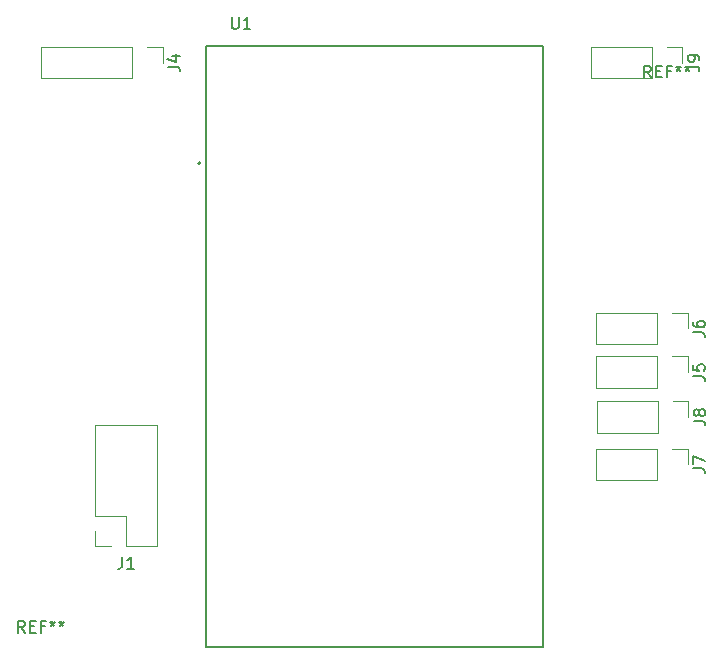
<source format=gbr>
%TF.GenerationSoftware,KiCad,Pcbnew,8.0.5*%
%TF.CreationDate,2024-09-12T11:42:49-05:00*%
%TF.ProjectId,avion,6176696f-6e2e-46b6-9963-61645f706362,rev?*%
%TF.SameCoordinates,Original*%
%TF.FileFunction,Legend,Top*%
%TF.FilePolarity,Positive*%
%FSLAX46Y46*%
G04 Gerber Fmt 4.6, Leading zero omitted, Abs format (unit mm)*
G04 Created by KiCad (PCBNEW 8.0.5) date 2024-09-12 11:42:49*
%MOMM*%
%LPD*%
G01*
G04 APERTURE LIST*
%ADD10C,0.150000*%
%ADD11C,0.120000*%
%ADD12C,0.127000*%
%ADD13C,0.200000*%
G04 APERTURE END LIST*
D10*
X229666666Y-64254819D02*
X229333333Y-63778628D01*
X229095238Y-64254819D02*
X229095238Y-63254819D01*
X229095238Y-63254819D02*
X229476190Y-63254819D01*
X229476190Y-63254819D02*
X229571428Y-63302438D01*
X229571428Y-63302438D02*
X229619047Y-63350057D01*
X229619047Y-63350057D02*
X229666666Y-63445295D01*
X229666666Y-63445295D02*
X229666666Y-63588152D01*
X229666666Y-63588152D02*
X229619047Y-63683390D01*
X229619047Y-63683390D02*
X229571428Y-63731009D01*
X229571428Y-63731009D02*
X229476190Y-63778628D01*
X229476190Y-63778628D02*
X229095238Y-63778628D01*
X230095238Y-63731009D02*
X230428571Y-63731009D01*
X230571428Y-64254819D02*
X230095238Y-64254819D01*
X230095238Y-64254819D02*
X230095238Y-63254819D01*
X230095238Y-63254819D02*
X230571428Y-63254819D01*
X231333333Y-63731009D02*
X231000000Y-63731009D01*
X231000000Y-64254819D02*
X231000000Y-63254819D01*
X231000000Y-63254819D02*
X231476190Y-63254819D01*
X232000000Y-63254819D02*
X232000000Y-63492914D01*
X231761905Y-63397676D02*
X232000000Y-63492914D01*
X232000000Y-63492914D02*
X232238095Y-63397676D01*
X231857143Y-63683390D02*
X232000000Y-63492914D01*
X232000000Y-63492914D02*
X232142857Y-63683390D01*
X232761905Y-63254819D02*
X232761905Y-63492914D01*
X232523810Y-63397676D02*
X232761905Y-63492914D01*
X232761905Y-63492914D02*
X233000000Y-63397676D01*
X232619048Y-63683390D02*
X232761905Y-63492914D01*
X232761905Y-63492914D02*
X232904762Y-63683390D01*
X176666666Y-111254819D02*
X176333333Y-110778628D01*
X176095238Y-111254819D02*
X176095238Y-110254819D01*
X176095238Y-110254819D02*
X176476190Y-110254819D01*
X176476190Y-110254819D02*
X176571428Y-110302438D01*
X176571428Y-110302438D02*
X176619047Y-110350057D01*
X176619047Y-110350057D02*
X176666666Y-110445295D01*
X176666666Y-110445295D02*
X176666666Y-110588152D01*
X176666666Y-110588152D02*
X176619047Y-110683390D01*
X176619047Y-110683390D02*
X176571428Y-110731009D01*
X176571428Y-110731009D02*
X176476190Y-110778628D01*
X176476190Y-110778628D02*
X176095238Y-110778628D01*
X177095238Y-110731009D02*
X177428571Y-110731009D01*
X177571428Y-111254819D02*
X177095238Y-111254819D01*
X177095238Y-111254819D02*
X177095238Y-110254819D01*
X177095238Y-110254819D02*
X177571428Y-110254819D01*
X178333333Y-110731009D02*
X178000000Y-110731009D01*
X178000000Y-111254819D02*
X178000000Y-110254819D01*
X178000000Y-110254819D02*
X178476190Y-110254819D01*
X179000000Y-110254819D02*
X179000000Y-110492914D01*
X178761905Y-110397676D02*
X179000000Y-110492914D01*
X179000000Y-110492914D02*
X179238095Y-110397676D01*
X178857143Y-110683390D02*
X179000000Y-110492914D01*
X179000000Y-110492914D02*
X179142857Y-110683390D01*
X179761905Y-110254819D02*
X179761905Y-110492914D01*
X179523810Y-110397676D02*
X179761905Y-110492914D01*
X179761905Y-110492914D02*
X180000000Y-110397676D01*
X179619048Y-110683390D02*
X179761905Y-110492914D01*
X179761905Y-110492914D02*
X179904762Y-110683390D01*
X233229819Y-85833333D02*
X233944104Y-85833333D01*
X233944104Y-85833333D02*
X234086961Y-85880952D01*
X234086961Y-85880952D02*
X234182200Y-85976190D01*
X234182200Y-85976190D02*
X234229819Y-86119047D01*
X234229819Y-86119047D02*
X234229819Y-86214285D01*
X233229819Y-84928571D02*
X233229819Y-85119047D01*
X233229819Y-85119047D02*
X233277438Y-85214285D01*
X233277438Y-85214285D02*
X233325057Y-85261904D01*
X233325057Y-85261904D02*
X233467914Y-85357142D01*
X233467914Y-85357142D02*
X233658390Y-85404761D01*
X233658390Y-85404761D02*
X234039342Y-85404761D01*
X234039342Y-85404761D02*
X234134580Y-85357142D01*
X234134580Y-85357142D02*
X234182200Y-85309523D01*
X234182200Y-85309523D02*
X234229819Y-85214285D01*
X234229819Y-85214285D02*
X234229819Y-85023809D01*
X234229819Y-85023809D02*
X234182200Y-84928571D01*
X234182200Y-84928571D02*
X234134580Y-84880952D01*
X234134580Y-84880952D02*
X234039342Y-84833333D01*
X234039342Y-84833333D02*
X233801247Y-84833333D01*
X233801247Y-84833333D02*
X233706009Y-84880952D01*
X233706009Y-84880952D02*
X233658390Y-84928571D01*
X233658390Y-84928571D02*
X233610771Y-85023809D01*
X233610771Y-85023809D02*
X233610771Y-85214285D01*
X233610771Y-85214285D02*
X233658390Y-85309523D01*
X233658390Y-85309523D02*
X233706009Y-85357142D01*
X233706009Y-85357142D02*
X233801247Y-85404761D01*
X184896666Y-104844819D02*
X184896666Y-105559104D01*
X184896666Y-105559104D02*
X184849047Y-105701961D01*
X184849047Y-105701961D02*
X184753809Y-105797200D01*
X184753809Y-105797200D02*
X184610952Y-105844819D01*
X184610952Y-105844819D02*
X184515714Y-105844819D01*
X185896666Y-105844819D02*
X185325238Y-105844819D01*
X185610952Y-105844819D02*
X185610952Y-104844819D01*
X185610952Y-104844819D02*
X185515714Y-104987676D01*
X185515714Y-104987676D02*
X185420476Y-105082914D01*
X185420476Y-105082914D02*
X185325238Y-105130533D01*
X233284819Y-93333333D02*
X233999104Y-93333333D01*
X233999104Y-93333333D02*
X234141961Y-93380952D01*
X234141961Y-93380952D02*
X234237200Y-93476190D01*
X234237200Y-93476190D02*
X234284819Y-93619047D01*
X234284819Y-93619047D02*
X234284819Y-93714285D01*
X233713390Y-92714285D02*
X233665771Y-92809523D01*
X233665771Y-92809523D02*
X233618152Y-92857142D01*
X233618152Y-92857142D02*
X233522914Y-92904761D01*
X233522914Y-92904761D02*
X233475295Y-92904761D01*
X233475295Y-92904761D02*
X233380057Y-92857142D01*
X233380057Y-92857142D02*
X233332438Y-92809523D01*
X233332438Y-92809523D02*
X233284819Y-92714285D01*
X233284819Y-92714285D02*
X233284819Y-92523809D01*
X233284819Y-92523809D02*
X233332438Y-92428571D01*
X233332438Y-92428571D02*
X233380057Y-92380952D01*
X233380057Y-92380952D02*
X233475295Y-92333333D01*
X233475295Y-92333333D02*
X233522914Y-92333333D01*
X233522914Y-92333333D02*
X233618152Y-92380952D01*
X233618152Y-92380952D02*
X233665771Y-92428571D01*
X233665771Y-92428571D02*
X233713390Y-92523809D01*
X233713390Y-92523809D02*
X233713390Y-92714285D01*
X233713390Y-92714285D02*
X233761009Y-92809523D01*
X233761009Y-92809523D02*
X233808628Y-92857142D01*
X233808628Y-92857142D02*
X233903866Y-92904761D01*
X233903866Y-92904761D02*
X234094342Y-92904761D01*
X234094342Y-92904761D02*
X234189580Y-92857142D01*
X234189580Y-92857142D02*
X234237200Y-92809523D01*
X234237200Y-92809523D02*
X234284819Y-92714285D01*
X234284819Y-92714285D02*
X234284819Y-92523809D01*
X234284819Y-92523809D02*
X234237200Y-92428571D01*
X234237200Y-92428571D02*
X234189580Y-92380952D01*
X234189580Y-92380952D02*
X234094342Y-92333333D01*
X234094342Y-92333333D02*
X233903866Y-92333333D01*
X233903866Y-92333333D02*
X233808628Y-92380952D01*
X233808628Y-92380952D02*
X233761009Y-92428571D01*
X233761009Y-92428571D02*
X233713390Y-92523809D01*
X194183095Y-59129819D02*
X194183095Y-59939342D01*
X194183095Y-59939342D02*
X194230714Y-60034580D01*
X194230714Y-60034580D02*
X194278333Y-60082200D01*
X194278333Y-60082200D02*
X194373571Y-60129819D01*
X194373571Y-60129819D02*
X194564047Y-60129819D01*
X194564047Y-60129819D02*
X194659285Y-60082200D01*
X194659285Y-60082200D02*
X194706904Y-60034580D01*
X194706904Y-60034580D02*
X194754523Y-59939342D01*
X194754523Y-59939342D02*
X194754523Y-59129819D01*
X195754523Y-60129819D02*
X195183095Y-60129819D01*
X195468809Y-60129819D02*
X195468809Y-59129819D01*
X195468809Y-59129819D02*
X195373571Y-59272676D01*
X195373571Y-59272676D02*
X195278333Y-59367914D01*
X195278333Y-59367914D02*
X195183095Y-59415533D01*
X232784819Y-63333333D02*
X233499104Y-63333333D01*
X233499104Y-63333333D02*
X233641961Y-63380952D01*
X233641961Y-63380952D02*
X233737200Y-63476190D01*
X233737200Y-63476190D02*
X233784819Y-63619047D01*
X233784819Y-63619047D02*
X233784819Y-63714285D01*
X233784819Y-62809523D02*
X233784819Y-62619047D01*
X233784819Y-62619047D02*
X233737200Y-62523809D01*
X233737200Y-62523809D02*
X233689580Y-62476190D01*
X233689580Y-62476190D02*
X233546723Y-62380952D01*
X233546723Y-62380952D02*
X233356247Y-62333333D01*
X233356247Y-62333333D02*
X232975295Y-62333333D01*
X232975295Y-62333333D02*
X232880057Y-62380952D01*
X232880057Y-62380952D02*
X232832438Y-62428571D01*
X232832438Y-62428571D02*
X232784819Y-62523809D01*
X232784819Y-62523809D02*
X232784819Y-62714285D01*
X232784819Y-62714285D02*
X232832438Y-62809523D01*
X232832438Y-62809523D02*
X232880057Y-62857142D01*
X232880057Y-62857142D02*
X232975295Y-62904761D01*
X232975295Y-62904761D02*
X233213390Y-62904761D01*
X233213390Y-62904761D02*
X233308628Y-62857142D01*
X233308628Y-62857142D02*
X233356247Y-62809523D01*
X233356247Y-62809523D02*
X233403866Y-62714285D01*
X233403866Y-62714285D02*
X233403866Y-62523809D01*
X233403866Y-62523809D02*
X233356247Y-62428571D01*
X233356247Y-62428571D02*
X233308628Y-62380952D01*
X233308628Y-62380952D02*
X233213390Y-62333333D01*
X233229819Y-97333333D02*
X233944104Y-97333333D01*
X233944104Y-97333333D02*
X234086961Y-97380952D01*
X234086961Y-97380952D02*
X234182200Y-97476190D01*
X234182200Y-97476190D02*
X234229819Y-97619047D01*
X234229819Y-97619047D02*
X234229819Y-97714285D01*
X233229819Y-96952380D02*
X233229819Y-96285714D01*
X233229819Y-96285714D02*
X234229819Y-96714285D01*
X188784819Y-63333333D02*
X189499104Y-63333333D01*
X189499104Y-63333333D02*
X189641961Y-63380952D01*
X189641961Y-63380952D02*
X189737200Y-63476190D01*
X189737200Y-63476190D02*
X189784819Y-63619047D01*
X189784819Y-63619047D02*
X189784819Y-63714285D01*
X189118152Y-62428571D02*
X189784819Y-62428571D01*
X188737200Y-62666666D02*
X189451485Y-62904761D01*
X189451485Y-62904761D02*
X189451485Y-62285714D01*
X233229819Y-89533333D02*
X233944104Y-89533333D01*
X233944104Y-89533333D02*
X234086961Y-89580952D01*
X234086961Y-89580952D02*
X234182200Y-89676190D01*
X234182200Y-89676190D02*
X234229819Y-89819047D01*
X234229819Y-89819047D02*
X234229819Y-89914285D01*
X233229819Y-88580952D02*
X233229819Y-89057142D01*
X233229819Y-89057142D02*
X233706009Y-89104761D01*
X233706009Y-89104761D02*
X233658390Y-89057142D01*
X233658390Y-89057142D02*
X233610771Y-88961904D01*
X233610771Y-88961904D02*
X233610771Y-88723809D01*
X233610771Y-88723809D02*
X233658390Y-88628571D01*
X233658390Y-88628571D02*
X233706009Y-88580952D01*
X233706009Y-88580952D02*
X233801247Y-88533333D01*
X233801247Y-88533333D02*
X234039342Y-88533333D01*
X234039342Y-88533333D02*
X234134580Y-88580952D01*
X234134580Y-88580952D02*
X234182200Y-88628571D01*
X234182200Y-88628571D02*
X234229819Y-88723809D01*
X234229819Y-88723809D02*
X234229819Y-88961904D01*
X234229819Y-88961904D02*
X234182200Y-89057142D01*
X234182200Y-89057142D02*
X234134580Y-89104761D01*
D11*
%TO.C,J6*%
X225035000Y-84170000D02*
X225035000Y-86830000D01*
X230175000Y-84170000D02*
X225035000Y-84170000D01*
X230175000Y-84170000D02*
X230175000Y-86830000D01*
X230175000Y-86830000D02*
X225035000Y-86830000D01*
X231445000Y-84170000D02*
X232775000Y-84170000D01*
X232775000Y-84170000D02*
X232775000Y-85500000D01*
%TO.C,J1*%
X182630000Y-101350000D02*
X182630000Y-93670000D01*
X182630000Y-103950000D02*
X182630000Y-102620000D01*
X183960000Y-103950000D02*
X182630000Y-103950000D01*
X185230000Y-101350000D02*
X182630000Y-101350000D01*
X185230000Y-103950000D02*
X185230000Y-101350000D01*
X187830000Y-93670000D02*
X182630000Y-93670000D01*
X187830000Y-103950000D02*
X185230000Y-103950000D01*
X187830000Y-103950000D02*
X187830000Y-93670000D01*
%TO.C,J8*%
X225090000Y-91670000D02*
X225090000Y-94330000D01*
X230230000Y-91670000D02*
X225090000Y-91670000D01*
X230230000Y-91670000D02*
X230230000Y-94330000D01*
X230230000Y-94330000D02*
X225090000Y-94330000D01*
X231500000Y-91670000D02*
X232830000Y-91670000D01*
X232830000Y-91670000D02*
X232830000Y-93000000D01*
D12*
%TO.C,U1*%
X192020000Y-61560000D02*
X203089000Y-61560000D01*
X192020000Y-61560000D02*
X220530000Y-61560000D01*
X192020000Y-112510000D02*
X192020000Y-61560000D01*
X192020000Y-112510000D02*
X192020000Y-61560000D01*
X192020000Y-112510000D02*
X197390000Y-112510000D01*
X197390000Y-112510000D02*
X215080000Y-112510000D01*
X203089000Y-61560000D02*
X209800000Y-61560000D01*
X209800000Y-61560000D02*
X220530000Y-61560000D01*
X215080000Y-112510000D02*
X220530000Y-112510000D01*
X220530000Y-61560000D02*
X220530000Y-112510000D01*
X220530000Y-61560000D02*
X220530000Y-112510000D01*
X220530000Y-112510000D02*
X192020000Y-112510000D01*
D13*
X191550000Y-71520000D02*
G75*
G02*
X191350000Y-71520000I-100000J0D01*
G01*
X191350000Y-71520000D02*
G75*
G02*
X191550000Y-71520000I100000J0D01*
G01*
D11*
%TO.C,J9*%
X224590000Y-61670000D02*
X224590000Y-64330000D01*
X229730000Y-61670000D02*
X224590000Y-61670000D01*
X229730000Y-61670000D02*
X229730000Y-64330000D01*
X229730000Y-64330000D02*
X224590000Y-64330000D01*
X231000000Y-61670000D02*
X232330000Y-61670000D01*
X232330000Y-61670000D02*
X232330000Y-63000000D01*
%TO.C,J7*%
X225035000Y-95670000D02*
X225035000Y-98330000D01*
X230175000Y-95670000D02*
X225035000Y-95670000D01*
X230175000Y-95670000D02*
X230175000Y-98330000D01*
X230175000Y-98330000D02*
X225035000Y-98330000D01*
X231445000Y-95670000D02*
X232775000Y-95670000D01*
X232775000Y-95670000D02*
X232775000Y-97000000D01*
%TO.C,J4*%
X178050000Y-61670000D02*
X178050000Y-64330000D01*
X185730000Y-61670000D02*
X178050000Y-61670000D01*
X185730000Y-61670000D02*
X185730000Y-64330000D01*
X185730000Y-64330000D02*
X178050000Y-64330000D01*
X187000000Y-61670000D02*
X188330000Y-61670000D01*
X188330000Y-61670000D02*
X188330000Y-63000000D01*
%TO.C,J5*%
X225035000Y-87870000D02*
X225035000Y-90530000D01*
X230175000Y-87870000D02*
X225035000Y-87870000D01*
X230175000Y-87870000D02*
X230175000Y-90530000D01*
X230175000Y-90530000D02*
X225035000Y-90530000D01*
X231445000Y-87870000D02*
X232775000Y-87870000D01*
X232775000Y-87870000D02*
X232775000Y-89200000D01*
%TD*%
M02*

</source>
